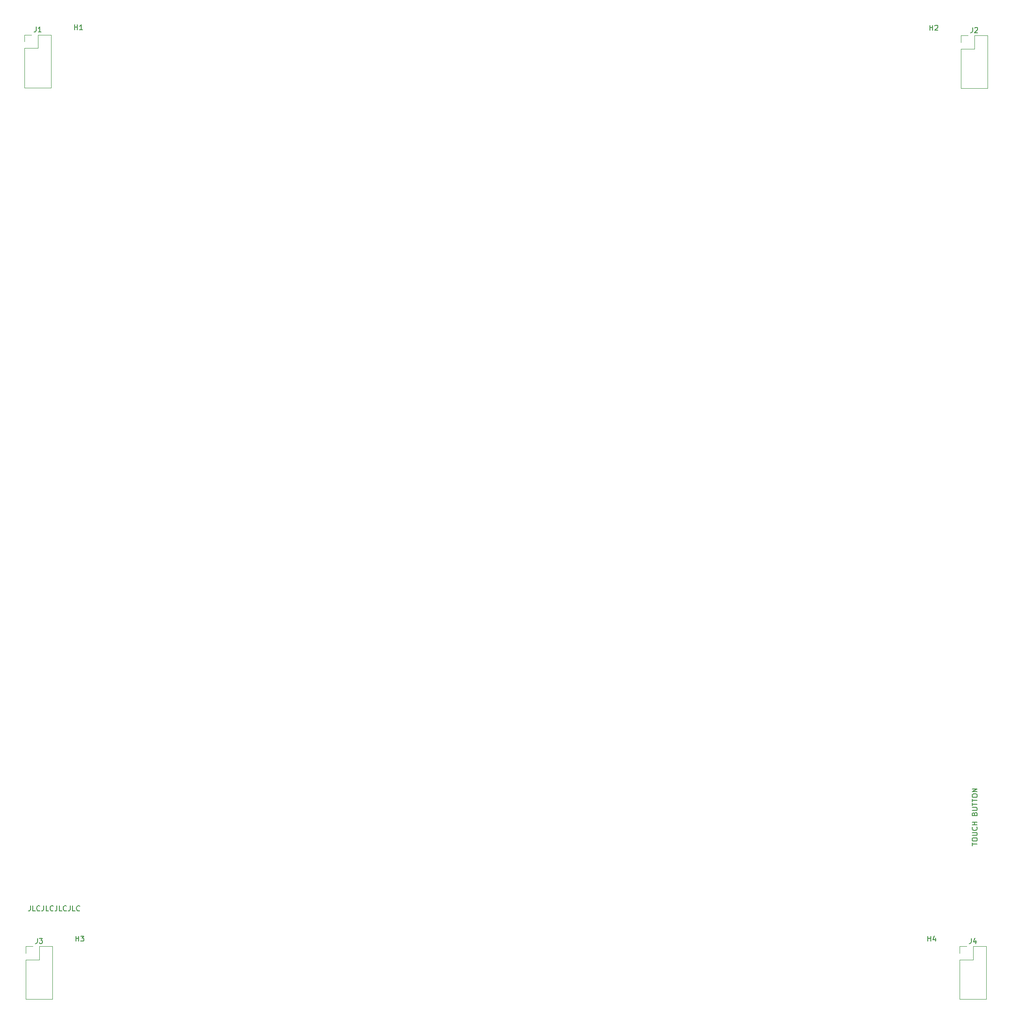
<source format=gbr>
%TF.GenerationSoftware,KiCad,Pcbnew,5.1.6-c6e7f7d~87~ubuntu18.04.1*%
%TF.CreationDate,2020-08-16T10:59:55+02:00*%
%TF.ProjectId,Elektronik,456c656b-7472-46f6-9e69-6b2e6b696361,rev?*%
%TF.SameCoordinates,Original*%
%TF.FileFunction,Legend,Top*%
%TF.FilePolarity,Positive*%
%FSLAX46Y46*%
G04 Gerber Fmt 4.6, Leading zero omitted, Abs format (unit mm)*
G04 Created by KiCad (PCBNEW 5.1.6-c6e7f7d~87~ubuntu18.04.1) date 2020-08-16 10:59:55*
%MOMM*%
%LPD*%
G01*
G04 APERTURE LIST*
%ADD10C,0.150000*%
%ADD11C,0.120000*%
G04 APERTURE END LIST*
D10*
X223607380Y-182736428D02*
X223607380Y-182165000D01*
X224607380Y-182450714D02*
X223607380Y-182450714D01*
X223607380Y-181641190D02*
X223607380Y-181450714D01*
X223655000Y-181355476D01*
X223750238Y-181260238D01*
X223940714Y-181212619D01*
X224274047Y-181212619D01*
X224464523Y-181260238D01*
X224559761Y-181355476D01*
X224607380Y-181450714D01*
X224607380Y-181641190D01*
X224559761Y-181736428D01*
X224464523Y-181831666D01*
X224274047Y-181879285D01*
X223940714Y-181879285D01*
X223750238Y-181831666D01*
X223655000Y-181736428D01*
X223607380Y-181641190D01*
X223607380Y-180784047D02*
X224416904Y-180784047D01*
X224512142Y-180736428D01*
X224559761Y-180688809D01*
X224607380Y-180593571D01*
X224607380Y-180403095D01*
X224559761Y-180307857D01*
X224512142Y-180260238D01*
X224416904Y-180212619D01*
X223607380Y-180212619D01*
X224512142Y-179165000D02*
X224559761Y-179212619D01*
X224607380Y-179355476D01*
X224607380Y-179450714D01*
X224559761Y-179593571D01*
X224464523Y-179688809D01*
X224369285Y-179736428D01*
X224178809Y-179784047D01*
X224035952Y-179784047D01*
X223845476Y-179736428D01*
X223750238Y-179688809D01*
X223655000Y-179593571D01*
X223607380Y-179450714D01*
X223607380Y-179355476D01*
X223655000Y-179212619D01*
X223702619Y-179165000D01*
X224607380Y-178736428D02*
X223607380Y-178736428D01*
X224083571Y-178736428D02*
X224083571Y-178165000D01*
X224607380Y-178165000D02*
X223607380Y-178165000D01*
X224083571Y-176593571D02*
X224131190Y-176450714D01*
X224178809Y-176403095D01*
X224274047Y-176355476D01*
X224416904Y-176355476D01*
X224512142Y-176403095D01*
X224559761Y-176450714D01*
X224607380Y-176545952D01*
X224607380Y-176926904D01*
X223607380Y-176926904D01*
X223607380Y-176593571D01*
X223655000Y-176498333D01*
X223702619Y-176450714D01*
X223797857Y-176403095D01*
X223893095Y-176403095D01*
X223988333Y-176450714D01*
X224035952Y-176498333D01*
X224083571Y-176593571D01*
X224083571Y-176926904D01*
X223607380Y-175926904D02*
X224416904Y-175926904D01*
X224512142Y-175879285D01*
X224559761Y-175831666D01*
X224607380Y-175736428D01*
X224607380Y-175545952D01*
X224559761Y-175450714D01*
X224512142Y-175403095D01*
X224416904Y-175355476D01*
X223607380Y-175355476D01*
X223607380Y-175022142D02*
X223607380Y-174450714D01*
X224607380Y-174736428D02*
X223607380Y-174736428D01*
X223607380Y-174260238D02*
X223607380Y-173688809D01*
X224607380Y-173974523D02*
X223607380Y-173974523D01*
X223607380Y-173165000D02*
X223607380Y-172974523D01*
X223655000Y-172879285D01*
X223750238Y-172784047D01*
X223940714Y-172736428D01*
X224274047Y-172736428D01*
X224464523Y-172784047D01*
X224559761Y-172879285D01*
X224607380Y-172974523D01*
X224607380Y-173165000D01*
X224559761Y-173260238D01*
X224464523Y-173355476D01*
X224274047Y-173403095D01*
X223940714Y-173403095D01*
X223750238Y-173355476D01*
X223655000Y-173260238D01*
X223607380Y-173165000D01*
X224607380Y-172307857D02*
X223607380Y-172307857D01*
X224607380Y-171736428D01*
X223607380Y-171736428D01*
X40973952Y-194397380D02*
X40973952Y-195111666D01*
X40926333Y-195254523D01*
X40831095Y-195349761D01*
X40688238Y-195397380D01*
X40593000Y-195397380D01*
X41926333Y-195397380D02*
X41450142Y-195397380D01*
X41450142Y-194397380D01*
X42831095Y-195302142D02*
X42783476Y-195349761D01*
X42640619Y-195397380D01*
X42545380Y-195397380D01*
X42402523Y-195349761D01*
X42307285Y-195254523D01*
X42259666Y-195159285D01*
X42212047Y-194968809D01*
X42212047Y-194825952D01*
X42259666Y-194635476D01*
X42307285Y-194540238D01*
X42402523Y-194445000D01*
X42545380Y-194397380D01*
X42640619Y-194397380D01*
X42783476Y-194445000D01*
X42831095Y-194492619D01*
X43545380Y-194397380D02*
X43545380Y-195111666D01*
X43497761Y-195254523D01*
X43402523Y-195349761D01*
X43259666Y-195397380D01*
X43164428Y-195397380D01*
X44497761Y-195397380D02*
X44021571Y-195397380D01*
X44021571Y-194397380D01*
X45402523Y-195302142D02*
X45354904Y-195349761D01*
X45212047Y-195397380D01*
X45116809Y-195397380D01*
X44973952Y-195349761D01*
X44878714Y-195254523D01*
X44831095Y-195159285D01*
X44783476Y-194968809D01*
X44783476Y-194825952D01*
X44831095Y-194635476D01*
X44878714Y-194540238D01*
X44973952Y-194445000D01*
X45116809Y-194397380D01*
X45212047Y-194397380D01*
X45354904Y-194445000D01*
X45402523Y-194492619D01*
X46116809Y-194397380D02*
X46116809Y-195111666D01*
X46069190Y-195254523D01*
X45973952Y-195349761D01*
X45831095Y-195397380D01*
X45735857Y-195397380D01*
X47069190Y-195397380D02*
X46593000Y-195397380D01*
X46593000Y-194397380D01*
X47973952Y-195302142D02*
X47926333Y-195349761D01*
X47783476Y-195397380D01*
X47688238Y-195397380D01*
X47545380Y-195349761D01*
X47450142Y-195254523D01*
X47402523Y-195159285D01*
X47354904Y-194968809D01*
X47354904Y-194825952D01*
X47402523Y-194635476D01*
X47450142Y-194540238D01*
X47545380Y-194445000D01*
X47688238Y-194397380D01*
X47783476Y-194397380D01*
X47926333Y-194445000D01*
X47973952Y-194492619D01*
X48688238Y-194397380D02*
X48688238Y-195111666D01*
X48640619Y-195254523D01*
X48545380Y-195349761D01*
X48402523Y-195397380D01*
X48307285Y-195397380D01*
X49640619Y-195397380D02*
X49164428Y-195397380D01*
X49164428Y-194397380D01*
X50545380Y-195302142D02*
X50497761Y-195349761D01*
X50354904Y-195397380D01*
X50259666Y-195397380D01*
X50116809Y-195349761D01*
X50021571Y-195254523D01*
X49973952Y-195159285D01*
X49926333Y-194968809D01*
X49926333Y-194825952D01*
X49973952Y-194635476D01*
X50021571Y-194540238D01*
X50116809Y-194445000D01*
X50259666Y-194397380D01*
X50354904Y-194397380D01*
X50497761Y-194445000D01*
X50545380Y-194492619D01*
D11*
%TO.C,J4*%
X221174000Y-202251000D02*
X222504000Y-202251000D01*
X221174000Y-203581000D02*
X221174000Y-202251000D01*
X223774000Y-202251000D02*
X226374000Y-202251000D01*
X223774000Y-204851000D02*
X223774000Y-202251000D01*
X221174000Y-204851000D02*
X223774000Y-204851000D01*
X226374000Y-202251000D02*
X226374000Y-212531000D01*
X221174000Y-204851000D02*
X221174000Y-212531000D01*
X221174000Y-212531000D02*
X226374000Y-212531000D01*
%TO.C,J3*%
X40072000Y-202251000D02*
X41402000Y-202251000D01*
X40072000Y-203581000D02*
X40072000Y-202251000D01*
X42672000Y-202251000D02*
X45272000Y-202251000D01*
X42672000Y-204851000D02*
X42672000Y-202251000D01*
X40072000Y-204851000D02*
X42672000Y-204851000D01*
X45272000Y-202251000D02*
X45272000Y-212531000D01*
X40072000Y-204851000D02*
X40072000Y-212531000D01*
X40072000Y-212531000D02*
X45272000Y-212531000D01*
%TO.C,J2*%
X221428000Y-25721000D02*
X222758000Y-25721000D01*
X221428000Y-27051000D02*
X221428000Y-25721000D01*
X224028000Y-25721000D02*
X226628000Y-25721000D01*
X224028000Y-28321000D02*
X224028000Y-25721000D01*
X221428000Y-28321000D02*
X224028000Y-28321000D01*
X226628000Y-25721000D02*
X226628000Y-36001000D01*
X221428000Y-28321000D02*
X221428000Y-36001000D01*
X221428000Y-36001000D02*
X226628000Y-36001000D01*
%TO.C,J1*%
X39818000Y-25594000D02*
X41148000Y-25594000D01*
X39818000Y-26924000D02*
X39818000Y-25594000D01*
X42418000Y-25594000D02*
X45018000Y-25594000D01*
X42418000Y-28194000D02*
X42418000Y-25594000D01*
X39818000Y-28194000D02*
X42418000Y-28194000D01*
X45018000Y-25594000D02*
X45018000Y-35874000D01*
X39818000Y-28194000D02*
X39818000Y-35874000D01*
X39818000Y-35874000D02*
X45018000Y-35874000D01*
%TO.C,H4*%
D10*
X215011095Y-201273380D02*
X215011095Y-200273380D01*
X215011095Y-200749571D02*
X215582523Y-200749571D01*
X215582523Y-201273380D02*
X215582523Y-200273380D01*
X216487285Y-200606714D02*
X216487285Y-201273380D01*
X216249190Y-200225761D02*
X216011095Y-200940047D01*
X216630142Y-200940047D01*
%TO.C,H3*%
X49784095Y-201273380D02*
X49784095Y-200273380D01*
X49784095Y-200749571D02*
X50355523Y-200749571D01*
X50355523Y-201273380D02*
X50355523Y-200273380D01*
X50736476Y-200273380D02*
X51355523Y-200273380D01*
X51022190Y-200654333D01*
X51165047Y-200654333D01*
X51260285Y-200701952D01*
X51307904Y-200749571D01*
X51355523Y-200844809D01*
X51355523Y-201082904D01*
X51307904Y-201178142D01*
X51260285Y-201225761D01*
X51165047Y-201273380D01*
X50879333Y-201273380D01*
X50784095Y-201225761D01*
X50736476Y-201178142D01*
%TO.C,H2*%
X215392095Y-24743380D02*
X215392095Y-23743380D01*
X215392095Y-24219571D02*
X215963523Y-24219571D01*
X215963523Y-24743380D02*
X215963523Y-23743380D01*
X216392095Y-23838619D02*
X216439714Y-23791000D01*
X216534952Y-23743380D01*
X216773047Y-23743380D01*
X216868285Y-23791000D01*
X216915904Y-23838619D01*
X216963523Y-23933857D01*
X216963523Y-24029095D01*
X216915904Y-24171952D01*
X216344476Y-24743380D01*
X216963523Y-24743380D01*
%TO.C,H1*%
X49530095Y-24616380D02*
X49530095Y-23616380D01*
X49530095Y-24092571D02*
X50101523Y-24092571D01*
X50101523Y-24616380D02*
X50101523Y-23616380D01*
X51101523Y-24616380D02*
X50530095Y-24616380D01*
X50815809Y-24616380D02*
X50815809Y-23616380D01*
X50720571Y-23759238D01*
X50625333Y-23854476D01*
X50530095Y-23902095D01*
%TO.C,J4*%
X223440666Y-200703380D02*
X223440666Y-201417666D01*
X223393047Y-201560523D01*
X223297809Y-201655761D01*
X223154952Y-201703380D01*
X223059714Y-201703380D01*
X224345428Y-201036714D02*
X224345428Y-201703380D01*
X224107333Y-200655761D02*
X223869238Y-201370047D01*
X224488285Y-201370047D01*
%TO.C,J3*%
X42338666Y-200703380D02*
X42338666Y-201417666D01*
X42291047Y-201560523D01*
X42195809Y-201655761D01*
X42052952Y-201703380D01*
X41957714Y-201703380D01*
X42719619Y-200703380D02*
X43338666Y-200703380D01*
X43005333Y-201084333D01*
X43148190Y-201084333D01*
X43243428Y-201131952D01*
X43291047Y-201179571D01*
X43338666Y-201274809D01*
X43338666Y-201512904D01*
X43291047Y-201608142D01*
X43243428Y-201655761D01*
X43148190Y-201703380D01*
X42862476Y-201703380D01*
X42767238Y-201655761D01*
X42719619Y-201608142D01*
%TO.C,J2*%
X223694666Y-24173380D02*
X223694666Y-24887666D01*
X223647047Y-25030523D01*
X223551809Y-25125761D01*
X223408952Y-25173380D01*
X223313714Y-25173380D01*
X224123238Y-24268619D02*
X224170857Y-24221000D01*
X224266095Y-24173380D01*
X224504190Y-24173380D01*
X224599428Y-24221000D01*
X224647047Y-24268619D01*
X224694666Y-24363857D01*
X224694666Y-24459095D01*
X224647047Y-24601952D01*
X224075619Y-25173380D01*
X224694666Y-25173380D01*
%TO.C,J1*%
X42084666Y-24046380D02*
X42084666Y-24760666D01*
X42037047Y-24903523D01*
X41941809Y-24998761D01*
X41798952Y-25046380D01*
X41703714Y-25046380D01*
X43084666Y-25046380D02*
X42513238Y-25046380D01*
X42798952Y-25046380D02*
X42798952Y-24046380D01*
X42703714Y-24189238D01*
X42608476Y-24284476D01*
X42513238Y-24332095D01*
%TD*%
M02*

</source>
